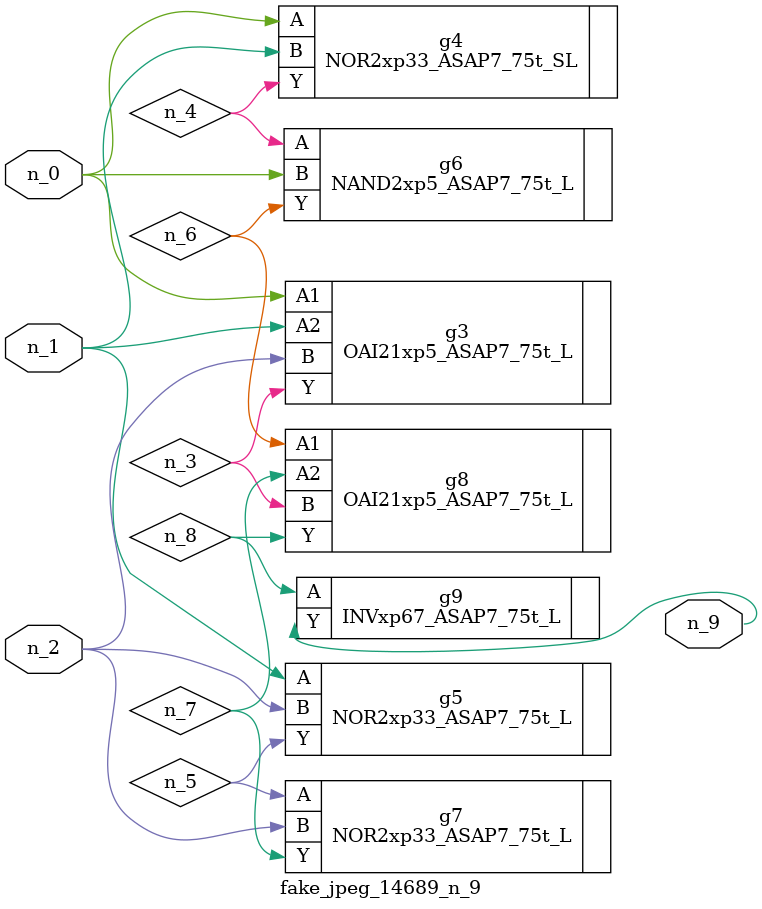
<source format=v>
module fake_jpeg_14689_n_9 (n_0, n_2, n_1, n_9);

input n_0;
input n_2;
input n_1;

output n_9;

wire n_3;
wire n_4;
wire n_8;
wire n_6;
wire n_5;
wire n_7;

OAI21xp5_ASAP7_75t_L g3 ( 
.A1(n_0),
.A2(n_1),
.B(n_2),
.Y(n_3)
);

NOR2xp33_ASAP7_75t_SL g4 ( 
.A(n_0),
.B(n_1),
.Y(n_4)
);

NOR2xp33_ASAP7_75t_L g5 ( 
.A(n_1),
.B(n_2),
.Y(n_5)
);

NAND2xp5_ASAP7_75t_L g6 ( 
.A(n_4),
.B(n_0),
.Y(n_6)
);

OAI21xp5_ASAP7_75t_L g8 ( 
.A1(n_6),
.A2(n_7),
.B(n_3),
.Y(n_8)
);

NOR2xp33_ASAP7_75t_L g7 ( 
.A(n_5),
.B(n_2),
.Y(n_7)
);

INVxp67_ASAP7_75t_L g9 ( 
.A(n_8),
.Y(n_9)
);


endmodule
</source>
